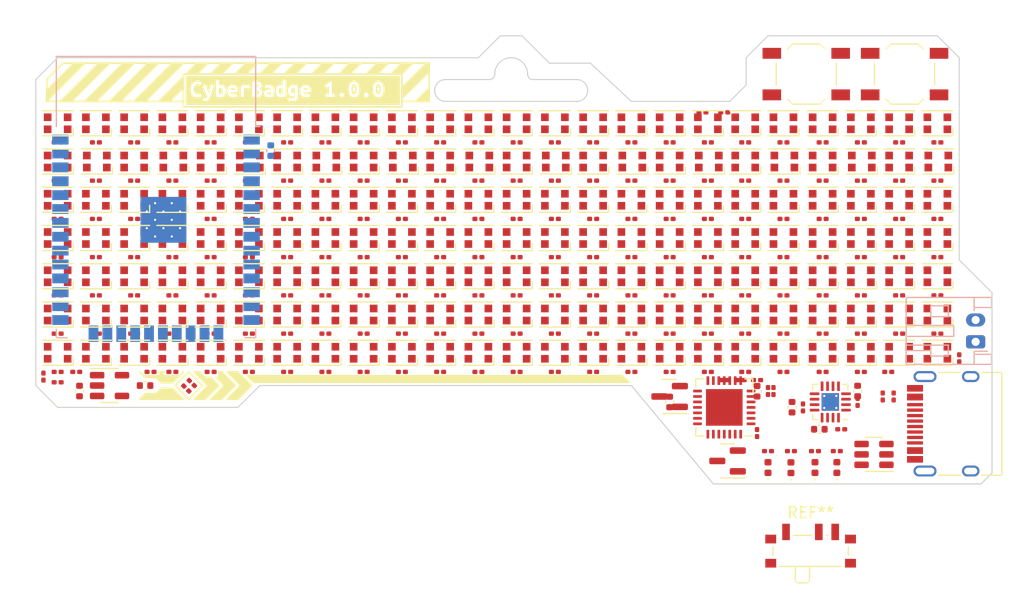
<source format=kicad_pcb>
(kicad_pcb (version 20211014) (generator pcbnew)
  (layers (0 "F.Cu" signal) (31 "B.Cu" signal) (34 "B.Paste" user) (35 "F.Paste" user) (36 "B.SilkS" user "B.Silkscreen") (37 "F.SilkS" user "F.Silkscreen") (38 "B.Mask" user) (39 "F.Mask" user) (44 "Edge.Cuts" user))
  (net 0 "")
  (net 1 "VBUS")
  (net 2 "GND")
  (net 3 "Net-(C3-Pad1)")
  (net 4 "+3.3V")
  (net 5 "/ESP_EN")
  (net 6 "+4V")
  (net 7 "Net-(C10-Pad1)")
  (net 8 "Net-(D1-Pad1)")
  (net 9 "Net-(D1-Pad2)")
  (net 10 "Net-(D2-Pad1)")
  (net 11 "Net-(D2-Pad2)")
  (net 12 "Net-(D3-Pad1)")
  (net 13 "Net-(D4-Pad1)")
  (net 14 "Net-(D5-Pad2)")
  (net 15 "/WS_2columns/DIN")
  (net 16 "/WS_2columns/DOUT")
  (net 17 "Net-(D6-Pad4)")
  (net 18 "Net-(D7-Pad2)")
  (net 19 "Net-(D10-Pad2)")
  (net 20 "Net-(D11-Pad4)")
  (net 21 "Net-(D10-Pad4)")
  (net 22 "Net-(D11-Pad2)")
  (net 23 "Net-(D12-Pad4)")
  (net 24 "Net-(D13-Pad2)")
  (net 25 "Net-(D14-Pad4)")
  (net 26 "Net-(D15-Pad2)")
  (net 27 "Net-(D16-Pad4)")
  (net 28 "Net-(D17-Pad2)")
  (net 29 "Net-(D19-Pad2)")
  (net 30 "/WS_2columns1/DOUT")
  (net 31 "Net-(D20-Pad4)")
  (net 32 "Net-(D21-Pad2)")
  (net 33 "Net-(D22-Pad4)")
  (net 34 "Net-(D23-Pad2)")
  (net 35 "Net-(D24-Pad4)")
  (net 36 "Net-(D25-Pad2)")
  (net 37 "Net-(D26-Pad4)")
  (net 38 "Net-(D27-Pad2)")
  (net 39 "Net-(D28-Pad4)")
  (net 40 "Net-(D29-Pad2)")
  (net 41 "Net-(D30-Pad4)")
  (net 42 "Net-(D31-Pad2)")
  (net 43 "Net-(D33-Pad2)")
  (net 44 "/WS_2columns2/DOUT")
  (net 45 "Net-(D34-Pad4)")
  (net 46 "Net-(D35-Pad2)")
  (net 47 "Net-(D36-Pad4)")
  (net 48 "Net-(D37-Pad2)")
  (net 49 "Net-(D38-Pad4)")
  (net 50 "Net-(D39-Pad2)")
  (net 51 "Net-(D40-Pad4)")
  (net 52 "Net-(D41-Pad2)")
  (net 53 "Net-(D42-Pad4)")
  (net 54 "Net-(D43-Pad2)")
  (net 55 "Net-(D44-Pad4)")
  (net 56 "Net-(D45-Pad2)")
  (net 57 "Net-(D47-Pad2)")
  (net 58 "/WS_2columns3/DOUT")
  (net 59 "Net-(D48-Pad4)")
  (net 60 "Net-(D49-Pad2)")
  (net 61 "Net-(D50-Pad4)")
  (net 62 "Net-(D51-Pad2)")
  (net 63 "Net-(D52-Pad4)")
  (net 64 "Net-(D53-Pad2)")
  (net 65 "Net-(D54-Pad4)")
  (net 66 "Net-(D55-Pad2)")
  (net 67 "Net-(D56-Pad4)")
  (net 68 "Net-(D57-Pad2)")
  (net 69 "Net-(D58-Pad4)")
  (net 70 "Net-(D59-Pad2)")
  (net 71 "Net-(D61-Pad2)")
  (net 72 "/WS_2columns4/DOUT")
  (net 73 "Net-(D62-Pad4)")
  (net 74 "Net-(D63-Pad2)")
  (net 75 "Net-(D64-Pad4)")
  (net 76 "Net-(D65-Pad2)")
  (net 77 "Net-(D66-Pad4)")
  (net 78 "Net-(D67-Pad2)")
  (net 79 "Net-(D68-Pad4)")
  (net 80 "Net-(D69-Pad2)")
  (net 81 "Net-(D70-Pad4)")
  (net 82 "Net-(D71-Pad2)")
  (net 83 "Net-(D72-Pad4)")
  (net 84 "Net-(D73-Pad2)")
  (net 85 "Net-(D75-Pad2)")
  (net 86 "/WS_2columns5/DIN")
  (net 87 "Net-(D76-Pad4)")
  (net 88 "Net-(D77-Pad2)")
  (net 89 "Net-(D78-Pad4)")
  (net 90 "Net-(D79-Pad2)")
  (net 91 "Net-(D80-Pad4)")
  (net 92 "Net-(D81-Pad2)")
  (net 93 "Net-(D82-Pad4)")
  (net 94 "Net-(D83-Pad2)")
  (net 95 "Net-(D84-Pad4)")
  (net 96 "Net-(D85-Pad2)")
  (net 97 "Net-(D86-Pad4)")
  (net 98 "Net-(D87-Pad2)")
  (net 99 "Net-(D89-Pad2)")
  (net 100 "/WS_2columns5/DOUT")
  (net 101 "Net-(D90-Pad4)")
  (net 102 "Net-(D91-Pad2)")
  (net 103 "Net-(D92-Pad4)")
  (net 104 "Net-(D93-Pad2)")
  (net 105 "Net-(D94-Pad4)")
  (net 106 "Net-(D95-Pad2)")
  (net 107 "Net-(D96-Pad4)")
  (net 108 "Net-(D97-Pad2)")
  (net 109 "Net-(D100-Pad2)")
  (net 110 "Net-(D101-Pad4)")
  (net 111 "Net-(D100-Pad4)")
  (net 112 "Net-(D101-Pad2)")
  (net 113 "Net-(D103-Pad2)")
  (net 114 "/WS_2columns7/DIN")
  (net 115 "Net-(D104-Pad4)")
  (net 116 "Net-(D105-Pad2)")
  (net 117 "Net-(D106-Pad4)")
  (net 118 "Net-(D107-Pad2)")
  (net 119 "Net-(D108-Pad4)")
  (net 120 "Net-(D109-Pad2)")
  (net 121 "Net-(D110-Pad4)")
  (net 122 "Net-(D111-Pad2)")
  (net 123 "Net-(D112-Pad4)")
  (net 124 "Net-(D113-Pad2)")
  (net 125 "Net-(D114-Pad4)")
  (net 126 "Net-(D115-Pad2)")
  (net 127 "Net-(D117-Pad2)")
  (net 128 "/WS_2columns6/DIN")
  (net 129 "Net-(D118-Pad4)")
  (net 130 "Net-(D119-Pad2)")
  (net 131 "Net-(D120-Pad4)")
  (net 132 "Net-(D121-Pad2)")
  (net 133 "Net-(D122-Pad4)")
  (net 134 "Net-(D123-Pad2)")
  (net 135 "Net-(D124-Pad4)")
  (net 136 "Net-(D125-Pad2)")
  (net 137 "Net-(D126-Pad4)")
  (net 138 "Net-(D127-Pad2)")
  (net 139 "Net-(D128-Pad4)")
  (net 140 "Net-(D129-Pad2)")
  (net 141 "Net-(D131-Pad2)")
  (net 142 "Net-(D132-Pad4)")
  (net 143 "Net-(D133-Pad2)")
  (net 144 "Net-(D134-Pad4)")
  (net 145 "Net-(D135-Pad2)")
  (net 146 "Net-(D136-Pad4)")
  (net 147 "Net-(D137-Pad2)")
  (net 148 "Net-(D138-Pad4)")
  (net 149 "Net-(D139-Pad2)")
  (net 150 "Net-(D140-Pad4)")
  (net 151 "Net-(D141-Pad2)")
  (net 152 "Net-(D142-Pad4)")
  (net 153 "Net-(D143-Pad2)")
  (net 154 "Net-(J1-PadA5)")
  (net 155 "Net-(J1-PadA6)")
  (net 156 "Net-(J1-PadA7)")
  (net 158 "Net-(J1-PadB5)")
  (net 160 "Net-(Q1-Pad1)")
  (net 161 "/PROG_RTS")
  (net 162 "Net-(Q2-Pad1)")
  (net 163 "/PROG_DTR")
  (net 164 "/ESP_BOOT")
  (net 165 "Net-(R1-Pad2)")
  (net 166 "Net-(R2-Pad2)")
  (net 167 "Net-(R3-Pad1)")
  (net 168 "Net-(R13-Pad2)")
  (net 169 "Net-(R14-Pad1)")
  (net 170 "Net-(R15-Pad1)")
  (net 171 "Net-(R16-Pad2)")
  (net 172 "Net-(R17-Pad2)")
  (net 173 "Net-(R18-Pad2)")
  (net 174 "Net-(U1-Pad4)")
  (net 175 "Net-(U1-Pad6)")
  (net 203 "/I2C_RST")
  (net 204 "/IN_BUFF_ENA")
  (net 212 "/LED_STATUS")
  (net 213 "/SCL")
  (net 216 "/SDA")
  (net 221 "/RXD")
  (net 222 "/TXD")
  (net 227 "/WS_2columns11/DIN")
  (net 228 "Net-(D145-Pad2)")
  (net 229 "/WS_2columns10/DIN")
  (net 230 "Net-(D146-Pad4)")
  (net 231 "Net-(D147-Pad2)")
  (net 232 "Net-(D148-Pad4)")
  (net 233 "Net-(D149-Pad2)")
  (net 234 "Net-(D150-Pad4)")
  (net 235 "Net-(D151-Pad2)")
  (net 236 "Net-(D152-Pad4)")
  (net 237 "Net-(D153-Pad2)")
  (net 238 "Net-(D154-Pad4)")
  (net 239 "Net-(D155-Pad2)")
  (net 240 "Net-(D156-Pad4)")
  (net 241 "Net-(D157-Pad2)")
  (net 242 "Net-(D159-Pad2)")
  (net 243 "/WS_2columns10/DOUT")
  (net 244 "Net-(D160-Pad4)")
  (net 245 "Net-(D161-Pad2)")
  (net 246 "Net-(D162-Pad4)")
  (net 247 "Net-(D163-Pad2)")
  (net 248 "Net-(D164-Pad4)")
  (net 249 "Net-(D165-Pad2)")
  (net 250 "Net-(D166-Pad4)")
  (net 251 "Net-(D167-Pad2)")
  (net 252 "Net-(D168-Pad4)")
  (net 253 "Net-(D169-Pad2)")
  (net 254 "Net-(D170-Pad4)")
  (net 255 "Net-(D171-Pad2)")
  (net 256 "Net-(U4-Pad5)")
  (footprint "Critbit_lib:LED_WS2812B-2020_pinsRenumbered" (layer "F.Cu") (at 151 92 180)
    (fp_text reference "D170" hide)
    (fp_text value "WS2812B")
  )
  (footprint "Capacitor_SMD:C_0201_0603Metric" (layer "F.Cu") (at 160 96 90)
    (fp_text reference "C164" hide)
    (fp_text value "100n")
  )
  (footprint "Capacitor_SMD:C_0201_0603Metric" (layer "F.Cu") (at 112.5 97.25)
    (fp_text reference "C93" hide)
    (fp_text value "100n")
  )
  (footprint "Critbit_lib:LED_WS2812B-2020_pinsRenumbered" (layer "F.Cu") (at 95.085 78 180)
    (fp_text reference "D36" hide)
    (fp_text value "WS2812B")
  )
  (footprint "Capacitor_SMD:C_0201_0603Metric" (layer "F.Cu") (at 154.5 86.75)
    (fp_text reference "C157" hide)
    (fp_text value "100n")
  )
  (footprint "Critbit_lib:LED_WS2812B-2020_pinsRenumbered" (layer "F.Cu") (at 112.5 95.5 180)
    (fp_text reference "D87" hide)
    (fp_text value "WS2812B")
  )
  (footprint "Critbit_lib:LED_WS2812B-2020_pinsRenumbered" (layer "F.Cu") (at 91.5 81.5 180)
    (fp_text reference "D37" hide)
    (fp_text value "WS2812B")
  )
  (footprint "Capacitor_SMD:C_0201_0603Metric" (layer "F.Cu") (at 130 86.75)
    (fp_text reference "C116" hide)
    (fp_text value "100n")
  )
  (footprint "Capacitor_SMD:C_0201_0603Metric" (layer "F.Cu") (at 98.5 86.75)
    (fp_text reference "C59" hide)
    (fp_text value "100n")
  )
  (footprint "Capacitor_SMD:C_0201_0603Metric" (layer "F.Cu") (at 119.5 83.25)
    (fp_text reference "C99" hide)
    (fp_text value "100n")
  )
  (footprint "Capacitor_SMD:C_0201_0603Metric" (layer "F.Cu") (at 153.5 97.25)
    (fp_text reference "C163" hide)
    (fp_text value "100n")
  )
  (footprint "Capacitor_SMD:C_0201_0603Metric" (layer "F.Cu") (at 151 79.75)
    (fp_text reference "C168" hide)
    (fp_text value "100n")
  )
  (footprint "Critbit_lib:LED_WS2812B-2020_pinsRenumbered" (layer "F.Cu") (at 140.415 78 180)
    (fp_text reference "D133" hide)
    (fp_text value "WS2812B")
  )
  (footprint "Capacitor_SMD:C_0201_0603Metric" (layer "F.Cu") (at 154.5 76.25)
    (fp_text reference "C151" hide)
    (fp_text value "100n")
  )
  (footprint "Capacitor_SMD:C_0201_0603Metric" (layer "F.Cu") (at 143.915 79.75)
    (fp_text reference "C140" hide)
    (fp_text value "100n")
  )
  (footprint "Critbit_lib:LED_WS2812B-2020_pinsRenumbered" (layer "F.Cu") (at 151 85 180)
    (fp_text reference "D166" hide)
    (fp_text value "WS2812B")
  )
  (footprint "Capacitor_SMD:C_0201_0603Metric" (layer "F.Cu") (at 158 86.75)
    (fp_text reference "C158" hide)
    (fp_text value "100n")
  )
  (footprint "Capacitor_SMD:C_0201_0603Metric" (layer "F.Cu") (at 98.5 79.75)
    (fp_text reference "C55" hide)
    (fp_text value "100n")
  )
  (footprint "Critbit_lib:LED_WS2812B-2020_pinsRenumbered" (layer "F.Cu") (at 116 85 180)
    (fp_text reference "D82" hide)
    (fp_text value "WS2812B")
  )
  (footprint "Capacitor_SMD:C_0201_0603Metric" (layer "F.Cu") (at 95 79.75)
    (fp_text reference "C42" hide)
    (fp_text value "100n")
  )
  (footprint "Critbit_lib:LED_WS2812B-2020_pinsRenumbered" (layer "F.Cu") (at 98.5 88.5 180)
    (fp_text reference "D55" hide)
    (fp_text value "WS2812B")
  )
  (footprint "Capacitor_SMD:C_0201_0603Metric" (layer "F.Cu") (at 130 97.25)
    (fp_text reference "C122" hide)
    (fp_text value "100n")
  )
  (footprint "Critbit_lib:LED_WS2812B-2020_pinsRenumbered" (layer "F.Cu") (at 140.415 85 180)
    (fp_text reference "D137" hide)
    (fp_text value "WS2812B")
  )
  (footprint "Capacitor_SMD:C_0201_0603Metric" (layer "F.Cu") (at 154.5 83.25)
    (fp_text reference "C155" hide)
    (fp_text value "100n")
  )
  (footprint "Critbit_lib:LED_WS2812B-2020_pinsRenumbered" (layer "F.Cu") (at 77.5 85 180)
    (fp_text reference "D11" hide)
    (fp_text value "WS2812B")
  )
  (footprint "Critbit_lib:LED_WS2812B-2020_pinsRenumbered" (layer "F.Cu") (at 123 81.5 180)
    (fp_text reference "D94" hide)
    (fp_text value "WS2812B")
  )
  (footprint "Capacitor_SMD:C_0201_0603Metric" (layer "F.Cu") (at 77.5 93.75)
    (fp_text reference "C21" hide)
    (fp_text value "100n")
  )
  (footprint "Resistor_SMD:R_0201_0603Metric" (layer "F.Cu") (at 89.773726 98.273726 135)
    (fp_text reference "R8" hide)
    (fp_text value "10k")
  )
  (footprint "Capacitor_SMD:C_0201_0603Metric" (layer "F.Cu") (at 105.5 97.25)
    (fp_text reference "C79" hide)
    (fp_text value "100n")
  )
  (footprint "Capacitor_SMD:C_0201_0603Metric" (layer "F.Cu") (at 123 93.75)
    (fp_text reference "C106" hide)
    (fp_text value "100n")
  )
  (footprint "Capacitor_SMD:C_0201_0603Metric" (layer "F.Cu") (at 98.5 93.75)
    (fp_text reference "C63" hide)
    (fp_text value "100n")
  )
  (footprint "Capacitor_SMD:C_0201_0603Metric" (layer "F.Cu") (at 140.415 93.75)
    (fp_text reference "C147" hide)
    (fp_text value "100n")
  )
  (footprint "Capacitor_SMD:C_0201_0603Metric" (layer "F.Cu") (at 119.5 90.25)
    (fp_text reference "C103" hide)
    (fp_text value "100n")
  )
  (footprint "Capacitor_SMD:C_0201_0603Metric" (layer "F.Cu") (at 88 79.75)
    (fp_text reference "C28" hide)
    (fp_text value "100n")
  )
  (footprint "Critbit_lib:LED_WS2812B-2020_pinsRenumbered" (layer "F.Cu") (at 91.5 74.5 180)
    (fp_text reference "D33" hide)
    (fp_text value "WS2812B")
  )
  (footprint "Capacitor_SMD:C_0402_1005Metric" (layer "F.Cu") (at 79.5 99 -90)
    (fp_text reference "C9" hide)
    (fp_text value "4.7u")
  )
  (footprint "Critbit_lib:LED_WS2812B-2020_pinsRenumbered" (layer "F.Cu") (at 147.5 92 180)
    (fp_text reference "D169" hide)
    (fp_text value "WS2812B")
  )
  (footprint "Capacitor_SMD:C_0201_0603Metric" (layer "F.Cu") (at 88 90.25)
    (fp_text reference "C34" hide)
    (fp_text value "100n")
  )
  (footprint "Capacitor_SMD:C_0201_0603Metric" (layer "F.Cu") (at 91.5 86.75)
    (fp_text reference "C45" hide)
    (fp_text value "100n")
  )
  (footprint "Critbit_lib:LED_WS2812B-2020_pinsRenumbered" (layer "F.Cu") (at 112.5 74.5 180)
    (fp_text reference "D75" hide)
    (fp_text value "WS2812B")
  )
  (footprint "Critbit_lib:LED_WS2812B-2020_pinsRenumbered" (layer "F.Cu") (at 140.415 88.5 180)
    (fp_text reference "D139" hide)
    (fp_text value "WS2812B")
  )
  (footprint "Capacitor_SMD:C_0201_0603Metric" (layer "F.Cu") (at 112.5 93.75)
    (fp_text reference "C91" hide)
    (fp_text value "100n")
  )
  (footprint "Resistor_SMD:R_0201_0603Metric" (layer "F.Cu") (at 138.5 98)
    (fp_text reference "R3" hide)
    (fp_text value "2k")
  )
  (footprint "Capacitor_SMD:C_0201_0603Metric" (layer "F.Cu") (at 123 76.25)
    (fp_text reference "C96" hide)
    (fp_text value "100n")
  )
  (footprint "Critbit_lib:LED_WS2812B-2020_pinsRenumbered" (layer "F.Cu") (at 95 92 180)
    (fp_text reference "D44" hide)
    (fp_text value "WS2812B")
  )
  (footprint "Critbit_lib:LED_WS2812B-2020_pinsRenumbered" (layer "F.Cu") (at 144 78 180)
    (fp_text reference "D134" hide)
    (fp_text value "WS2812B")
  )
  (footprint "Capacitor_SMD:C_0201_0603Metric" (layer "F.Cu") (at 77.5 79.75)
    (fp_text reference "C13" hide)
    (fp_text value "100n")
  )
  (footprint "Resistor_SMD:R_0201_0603Metric" (layer "F.Cu") (at 136.5 73.5 180)
    (fp_text reference "R9" hide)
    (fp_text value "10k")
  )
  (footprint "Capacitor_SMD:C_0201_0603Metric" (layer "F.Cu") (at 126.5 76.25)
    (fp_text reference "C109" hide)
    (fp_text value "100n")
  )
  (footprint "Capacitor_SMD:C_0201_0603Metric" (layer "F.Cu") (at 119.5 97.25)
    (fp_text reference "C107" hide)
    (fp_text value "100n")
  )
  (footprint "Capacitor_SMD:C_0201_0603Metric" (layer "F.Cu") (at 123 90.25)
    (fp_text reference "C104" hide)
    (fp_text value "100n")
  )
  (footprint "Capacitor_SMD:C_0201_0603Metric" (layer "F.Cu") (at 81 90.25)
    (fp_text reference "C20" hide)
    (fp_text value "100n")
  )
  (footprint "Critbit_lib:LED_WS2812B-2020_pinsRenumbered" (layer "F.Cu") (at 143.915 74.5 180)
    (fp_text reference "D132" hide)
    (fp_text value "WS2812B")
  )
  (footprint "Critbit_lib:LED_WS2812B-2020_pinsRenumbered" (layer "F.Cu") (at 98.5 85 180)
    (fp_text reference "D53" hide)
    (fp_text value "WS2812B")
  )
  (footprint "Critbit_lib:LED_WS2812B-2020_pinsRenumbered" (layer "F.Cu") (at 105.5 78 180)
    (fp_text reference "D63" hide)
    (fp_text value "WS2812B")
  )
  (footprint "Critbit_lib:LED_WS2812B-2020_pinsRenumbered" (layer "F.Cu") (at 154.5 78 180)
    (fp_text reference "D147" hide)
    (fp_text value "WS2812B")
  )
  (footprint "Critbit_lib:LED_WS2812B-2020_pinsRenumbered" (layer "F.Cu") (at 91.5 85 180)
    (fp_text reference "D39" hide)
    (fp_text value "WS2812B")
  )
  (footprint "Button_Switch_SMD:SW_SPST_TL3342" (layer "F.Cu") (at 146 70)
    (fp_text reference "SW2" hide)
    (fp_text value "B1/BOOT")
  )
  (footprint "Critbit_lib:LED_WS2812B-2020_pinsRenumbered" (layer "F.Cu") (at 154.5 81.5 180)
    (fp_text reference "D149" hide)
    (fp_text value "WS2812B")
  )
  (footprint "Resistor_SMD:R_0201_0603Metric" (layer "F.Cu") (at 146.8 104.5)
    (fp_text reference "R15" hide)
    (fp_text value "10k")
  )
  (footprint "Capacitor_SMD:C_0201_0603Metric" (layer "F.Cu") (at 109 79.75)
    (fp_text reference "C70" hide)
    (fp_text value "100n")
  )
  (footprint "Critbit_lib:LED_WS2812B-2020_pinsRenumbered" (layer "F.Cu") (at 116 92 180)
    (fp_text reference "D86" hide)
    (fp_text value "WS2812B")
  )
  (footprint "Critbit_lib:LED_WS2812B-2020_pinsRenumbered" (layer "F.Cu") (at 158 95.5 180)
    (fp_text reference "D158" hide)
    (fp_text value "WS2812B")
  )
  (footprint "Capacitor_SMD:C_0201_0603Metric" (layer "F.Cu") (at 81 93.75)
    (fp_text reference "C22" hide)
    (fp_text value "100n")
  )
  (footprint "Critbit_lib:LED_WS2812B-2020_pinsRenumbered" (layer "F.Cu") (at 130 88.5 180)
    (fp_text reference "D112" hide)
    (fp_text value "WS2812B")
  )
  (footprint "Capacitor_SMD:C_0201_0603Metric" (layer "F.Cu") (at 95 86.75)
    (fp_text reference "C46" hide)
    (fp_text value "100n")
  )
  (footprint "Capacitor_SMD:C_0201_0603Metric" (layer "F.Cu") (at 140.415 83.25)
    (fp_text reference "C141" hide)
    (fp_text value "100n")
  )
  (footprint "Capacitor_SMD:C_0201_0603Metric" (layer "F.Cu") (at 151 76.25)
    (fp_text reference "C166" hide)
    (fp_text value "100n")
  )
  (footprint "Critbit_lib:LED_WS2812B-2020_pinsRenumbered" (layer "F.Cu") (at 109 85 180)
    (fp_text reference "D68" hide)
    (fp_text value "WS2812B")
  )
  (footprint "Critbit_lib:LED_WS2812B-2020_pinsRenumbered" (layer "F.Cu") (at 88 95.5 180)
    (fp_text reference "D32" hide)
    (fp_text value "WS2812B")
  )
  (footprint "Capacitor_SMD:C_0201_0603Metric" (layer "F.Cu") (at 98.5 76.25)
    (fp_text reference "C53" hide)
    (fp_text value "100n")
  )
  (footprint "Critbit_lib:LED_WS2812B-2020_pinsRenumbered" (layer "F.Cu") (at 81.085 78 180)
    (fp_text reference "D8" hide)
    (fp_text value "WS2812B")
  )
  (footprint "Resistor_SMD:R_0201_0603Metric" (layer "F.Cu") (at 154 99.5 90)
    (fp_text reference "R5" hide)
    (fp_text value "5.1k")
  )
  (footprint "Critbit_lib:LED_WS2812B-2020_pinsRenumbered" (layer "F.Cu") (at 126.5 95.5 180)
    (fp_text reference "D115" hide)
    (fp_text value "WS2812B")
  )
  (footprint "Critbit_lib:LED_WS2812B-2020_pinsRenumbered" (layer "F.Cu") (at 133.5 92 180)
    (fp_text reference "D127" hide)
    (fp_text value "WS2812B")
  )
  (footprint "Critbit_lib:LED_WS2812B-2020_pinsRenumbered" (layer "F.Cu") (at 140.415 95.5 180)
    (fp_text reference "D143" hide)
    (fp_text value "WS2812B")
  )
  (footprint "Critbit_lib:LED_WS2812B-2020_pinsRenumbered" (layer "F.Cu") (at 81 74.5 180)
    (fp_text reference "D6" hide)
    (fp_text value "WS2812B")
  )
  (footprint "Package_TO_SOT_SMD:SOT-23-5" (layer "F.Cu") (at 82.25 98.5)
    (fp_text reference "U4" hide)
    (fp_text value "SPX3819M5-L-3-3")
  )
  (footprint "Capacitor_SMD:C_0201_0603Metric" (layer "F.Cu") (at 151 83.25)
    (fp_text reference "C170" hide)
    (fp_text value "100n")
  )
  (footprint "Critbit_lib:LED_WS2812B-2020_pinsRenumbered" (layer "F.Cu") (at 151 81.5 180)
    (fp_text reference "D164" hide)
    (fp_text value "WS2812B")
  )
  (footprint "Capacitor_SMD:C_0201_0603Metric" (layer "F.Cu") (at 133.5 79.75)
    (fp_text reference "C125" hide)
    (fp_text value "100n")
  )
  (footprint "Critbit_lib:LED_WS2812B-2020_pinsRenumbered" (layer "F.Cu") (at 143.915 88.5 180)
    (fp_text reference "D140" hide)
    (fp_text value "WS2812B")
  )
  (footprint "Capacitor_SMD:C_0201_0603Metric" (layer "F.Cu") (at 105.5 93.75)
    (fp_text reference "C77" hide)
    (fp_text value "100n")
  )
  (footprint "Resistor_SMD:R_0201_0603Metric" (layer "F.Cu") (at 142.5 104.5)
    (fp_text reference "R10" hide)
    (fp_text value "2k")
  )
  (footprint "Critbit_lib:LED_WS2812B-2020_pinsRenumbered" (layer "F.Cu") (at 109 88.5 180)
    (fp_text reference "D70" hide)
    (fp_text value "WS2812B")
  )
  (footprint "Capacitor_SMD:C_0201_0603Metric" (layer "F.Cu") (at 151 93.75)
    (fp_text reference "C176" hide)
    (fp_text value "100n")
  )
  (footprint "Capacitor_SMD:C_0201_0603Metric" (layer "F.Cu") (at 84.5 93.75)
    (fp_text reference "C35" hide)
    (fp_text value "100n")
  )
  (footprint "Capacitor_SMD:C_0201_0603Metric" (layer "F.Cu") (at 116 97.25)
    (fp_text reference "C94" hide)
    (fp_text value "100n")
  )
  (footprint "Capacitor_SMD:C_0201_0603Metric" (layer "F.Cu") (at 133.5 86.75)
    (fp_text reference "C129" hide)
    (fp_text value "100n")
  )
  (footprint "Critbit_lib:LED_WS2812B-2020_pinsRenumbered" (layer "F.Cu") (at 116 95.5 180)
    (fp_text reference "D88" hide)
    (fp_text value "WS2812B")
  )
  (footprint "Capacitor_SMD:C_0201_0603Metric" (layer "F.Cu") (at 140.415 86.75)
    (fp_text reference "C143" hide)
    (fp_text value "100n")
  )
  (footprint "Capacitor_SMD:C_0201_0603Metric" (layer "F.Cu") (at 95 97.25)
    (fp_text reference "C52" hide)
    (fp_text value "100n")
  )
  (footprint "Capacitor_SMD:C_0201_0603Metric" (layer "F.Cu") (at 109 83.25)
    (fp_text reference "C72" hide)
    (fp_text value "100n")
  )
  (footprint "Capacitor_SMD:C_0201_0603Metric" (layer "F.Cu") (at 98.5 83.25)
    (fp_text reference "C57" hide)
    (fp_text value "100n")
  )
  (footprint "Critbit_lib:LED_WS2812B-2020_pinsRenumbered" (layer "F.Cu") (at 98.5 81.5 180)
    (fp_text reference "D51" hide)
    (fp_text value "WS2812B")
  )
  (footprint "Capacitor_SMD:C_0201_0603Metric" (layer "F.Cu") (at 123 83.25)
    (fp_text reference "C100" hide)
    (fp_text value "100n")
  )
  (footprint "Capacitor_SMD:C_0201_0603Metric" (layer "F.Cu") (at 77.5 90.25)
    (fp_text reference "C19" hide)
    (fp_text value "100n")
  )
  (footprint "Critbit_lib:LED_WS2812B-2020_pinsRenumbered" (layer "F.Cu") (at 102 85 180)
    (fp_text reference "D54" hide)
    (fp_text value "WS2812B")
  )
  (footprint "Button_Switch_SMD:SW_SPST_TL3342" (layer "F.Cu") (at 155 70)
    (fp_text reference "SW1" hide)
    (fp_text value "B_RST")
  )
  (footprint "Critbit_lib:LED_WS2812B-2020_pinsRenumbered" (layer "F.Cu") (at 109 81.5 180)
    (fp_text reference "D66" hide)
    (fp_text value "WS2812B")
  )
  (footprint "Capacitor_SMD:C_0201_0603Metric" (layer "F.Cu") (at 119.5 79.75)
    (fp_text reference "C97" hide)
    (fp_text value "100n")
  )
  (footprint "Capacitor_SMD:C_0201_0603Metric" (layer "F.Cu") (at 137 90.25)
    (fp_text reference "C132" hide)
    (fp_text value "100n")
  )
  (footprint "Critbit_lib:LED_WS2812B-2020_pinsRenumbered" (layer "F.Cu") (at 98.5 74.5 180)
    (fp_text reference "D47" hide)
    (fp_text value "WS2812B")
  )
  (footprint "Capacitor_SMD:C_0201_0603Metric" (layer "F.Cu") (at 116 93.75)
    (fp_text reference "C92" hide)
    (fp_text value "100n")
  )
  (footprint "Critbit_lib:LED_WS2812B-2020_pinsRenumbered" (layer "F.Cu") (at 116.085 78 180)
    (fp_text reference "D78" hide)
    (fp_text value "WS2812B")
  )
  (footprint "Package_TO_SOT_SMD:SOT-23" (layer "F.Cu") (at 133.5 99.5 180)
    (fp_text reference "Q2" hide)
    (fp_text value "MMBT3904")
  )
  (footprint "Critbit_lib:LED_WS2812B-2020_pinsRenumbered" (layer "F.Cu") (at 154.5 85 180)
    (fp_text reference "D151" hide)
    (fp_text value "WS2812B")
  )
  (footprint "Package_DFN_QFN:VQFN-16-1EP_3x3mm_P0.5mm_EP1.6x1.6mm_ThermalVias" (layer "F.Cu") (at 148.2 100 180)
    (fp_text reference "U5" hide)
    (fp_text value "BQ24073RGT")
  )
  (footprint "Critbit_lib:LED_WS2812B-2020_pinsRenumbered" (layer "F.Cu") (at 84.5 88.5 180)
    (fp_text reference "D27" hide)
    (fp_text value "WS2812B")
  )
  (footprint "Critbit_lib:LED_WS2812B-2020_pinsRenumbered" (layer "F.Cu") (at 151.085 78 180)
    (fp_text reference "D162" hide)
    (fp_text value "WS2812B")
  )
  (footprint "Critbit_lib:LED_WS2812B-2020_pinsRenumbered" (layer "F.Cu") (at 123 95.5 180)
    (fp_text reference "D102" hide)
    (fp_text value "WS2812B")
  )
  (footprint "Critbit_lib:LED_WS2812B-2020_pinsRenumbered" (layer "F.Cu") (at 126.5 92 180)
    (fp_text reference "D113" hide)
    (fp_text value "WS2812B")
  )
  (footprint "Capacitor_SMD:C_0201_0603Metric" (layer "F.Cu") (at 109 93.75)
    (fp_text reference "C78" hide)
    (fp_text value "100n")
  )
  (footprint "Critbit_lib:LED_WS2812B-2020_pinsRenumbered" (layer "F.Cu") (at 105.5 85 180)
    (fp_text reference "D67" hide)
    (fp_text value "WS2812B")
  )
  (footprint "Critbit_lib:LED_WS2812B-2020_pinsRenumbered" (layer "F.Cu") (at 154.5 95.5 180)
    (fp_text reference "D157" hide)
    (fp_text value "WS2812B")
  )
  (footprint "Critbit_lib:LED_WS2812B-2020_pinsRenumbered" (layer "F.Cu") (at 130 74.5 180)
    (fp_text reference "D104" hide)
    (fp_text value "WS2812B")
  )
  (footprint "Capacitor_SMD:C_0201_0603Metric" (layer "F.Cu") (at 116 83.25)
    (fp_text reference "C86" hide)
    (fp_text value "100n")
  )
  (footprint "Critbit_lib:LED_WS2812B-2020_pinsRenumbered" (layer "F.Cu") (at 84.5 74.5 180)
    (fp_text reference "D19" hide)
    (fp_text value "WS2812B")
  )
  (footprint "Critbit_lib:LED_WS2812B-2020_pinsRenumbered" (layer "F.Cu") (at 147.5 81.5 180)
    (fp_text reference "D163" hide)
    (fp_text value "WS2812B")
  )
  (footprint "Critbit_lib:LED_WS2812B-2020_pinsRenumbered" (layer "F.Cu") (at 137 92 180)
    (fp_text reference "D128" hide)
    (fp_text value "WS2812B")
  )
  (footprint "Critbit_lib:LED_WS2812B-2020_pinsRenumbered" (layer "F.Cu") (at 130 85 180)
    (fp_text reference "D110" hide)
    (fp_text value "WS2812B")
  )
  (footprint "Capacitor_SMD:C_0201_0603Metric" (layer "F.Cu") (at 158 90.25)
    (fp_text reference "C160" hide)
    (fp_text value "100n")
  )
  (footprint "Resistor_SMD:R_0201_0603Metric" (layer "F.Cu") (at 145.7 100.5 -90)
    (fp_text reference "R16" hide)
    (fp_text value "2k")
  )
  (footprint "Critbit_lib:LED_WS2812B-2020_pinsRenumbered" (layer "F.Cu") (at 91.5 88.5 180)
    (fp_text reference "D41" hide)
    (fp_text value "WS2812B")
  )
  (footprint "Critbit_lib:LED_WS2812B-2020_pinsRenumbered" (layer "F.Cu") (at 130 92 180)
    (fp_text reference "D114" hide)
    (fp_text value "WS2812B")
  )
  (footprint "Package_TO_SOT_SMD:SOT-23-6" (layer "F.Cu") (at 152.2 104.8 180)
    (fp_text reference "U1" hide)
    (fp_text value "USBLC6-2SC6")
  )
  (footprint "Critbit_lib:LED_WS2812B-2020_pinsRenumbered" (layer "F.Cu") (at 88 85 180)
    (fp_text reference "D26" hide)
    (fp_text value "WS2812B")
  )
  (footprint "Critbit_lib:LED_WS2812B-2020_pinsRenumbered" (layer "F.Cu") (at 91.5 78 180)
    (fp_text reference "D35" hide)
    (fp_text value "WS2812B")
  )
  (footprint "Critbit_lib:LED_WS2812B-2020_pinsRenumbered" (layer "F.Cu") (at 105.5 92 180)
    (fp_text reference "D71" hide)
    (fp_text value "WS2812B")
  )
  (footprint "Critbit_lib:LED_WS2812B-2020_pinsRenumbered" (layer "F.Cu") (at 137 88.5 180)
    (fp_text reference "D126" hide)
    (fp_text value "WS2812B")
  )
  (footprint "Critbit_lib:LED_WS2812B-2020_pinsRenumbered" (layer "F.Cu") (at 102 88.5 180)
    (fp_text reference "D56" hide)
    (fp_text value "WS2812B")
  )
  (footprint "Critbit_lib:LED_WS2812B-2020_pinsRenumbered" (layer "F.Cu") (at 143.915 85 180)
    (fp_text reference "D138" hide)
    (fp_text value "WS2812B")
  )
  (footprint "Capacitor_SMD:C_0201_0603Metric" (layer "F.Cu") (at 147.5 86.75)
    (fp_text reference "C171" hide)
    (fp_text value "100n")
  )
  (footprint "Capacitor_SMD:C_0201_0603Metric" (layer "F.Cu") (at 143.915 83.25)
    (fp_text reference "C142" hide)
    (fp_text value "100n")
  )
  (footprint "Critbit_lib:LED_WS2812B-2020_pinsRenumbered" (layer "F.Cu") (at 95 85 180)
    (fp_text reference "D40" hide)
    (fp_text value "WS2812B")
  )
  (footprint "Critbit_lib:LED_WS2812B-2020_pinsRenumbered" (layer "F.Cu") (at 133.5 81.5 180)
    (fp_text reference "D121" hide)
    (fp_text value "WS2812B")
  )
  (footprint "Capacitor_SMD:C_0201_0603Metric" (layer "F.Cu") (at 130 93.75)
    (fp_text reference "C120" hide)
    (fp_text value "100n")
  )
  (footprint "Critbit_lib:LED_WS2812B-2020_pinsRenumbered" (layer "F.Cu") (at 84.5 81.5 180)
    (fp_text reference "D23" hide)
    (fp_text value "WS2812B")
  )
  (footprint "Capacitor_SMD:C_0201_0603Metric" (layer "F.Cu") (at 147.5 83.25)
    (fp_text reference "C169" hide)
    (fp_text value "100n")
  )
  (footprint "Critbit_lib:LED_WS2812B-2020_pinsRenumbered" (layer "F.Cu") (at 137 85 180)
    (fp_text reference "D124" hide)
    (fp_text value "WS2812B")
  )
  (footprint "Critbit_lib:LED_WS2812B-2020_pinsRenumbered" (layer "F.Cu") (at 123.085 78 180)
    (fp_text reference "D92" hide)
    (fp_text value "WS2812B")
  )
  (footprint "Capacitor_SMD:C_0402_1005Metric" (layer "F.Cu") (at 133.5 100 90)
    (fp_text reference "C2" hide)
    (fp_text value "4.7u")
  )
  (footprint "Critbit_lib:LED_WS2812B-2020_pinsRenumbered" (layer "F.Cu") (at 95 95.5 180)
    (fp_text reference "D46" hide)
    (fp_text value "WS2812B")
  )
  (footprint "Capacitor_SMD:C_0201_0603Metric" (layer "F.Cu") (at 91.5 83.25)
    (fp_text reference "C43" hide)
    (fp_text value "100n")
  )
  (footprint "Capacitor_SMD:C_0201_0603Metric" (layer "F.Cu") (at 158 83.25)
    (fp_text reference "C156" hide)
    (fp_text value "100n")
  )
  (footprint "Capacitor_SMD:C_0201_0603Metric" (layer "F.Cu") (at 147.5 79.75)
    (fp_text reference "C167" hide)
    (fp_text value "100n")
  )
  (footprint "Capacitor_SMD:C_0201_0603Metric" (layer "F.Cu") (at 143.915 93.75)
    (fp_text reference "C148" hide)
    (fp_text value "100n")
  )
  (footprint "Critbit_lib:LED_WS2812B-2020_pinsRenumbered" (layer "F.Cu") (at 133.5 95.5 180)
    (fp_text reference "D129" hide)
    (fp_text value "WS2812B")
  )
  (footprint "Critbit_lib:LED_WS2812B-2020_pinsRenumbered" (layer "F.Cu") (at 158 85 180)
    (fp_text reference "D152" hide)
    (fp_text value "WS2812B")
  )
  (footprint "LED_SMD:LED_0402_1005Metric" (layer "F.Cu") (at 148.8 106 90)
    (fp_text reference "D3" hide)
    (fp_text value "LED")
  )
  (footprint "Critbit_lib:LED_WS2812B-2020_pinsRenumbered" (layer "F.Cu") (at 109 74.5 180)
    (fp_text reference "D62" hide)
    (fp_text value "WS2812B")
  )
  (footprint "Critbit_lib:LED_WS2812B-2020_pinsRenumbered" (layer "F.Cu") (at 98.5 92 180)
    (fp_text reference "D57" hide)
    (fp_text value "WS2812B")
  )
  (footprint "Capacitor_SMD:C_0201_0603Metric" (layer "F.Cu") (at 95 90.25)
    (fp_text reference "C48" hide)
    (fp_text value "100n")
  )
  (footprint "Resistor_SMD:R_0201_0603Metric" (layer "F.Cu") (at 89.273726 98.773726 135)
    (fp_text reference "R7" hide)
    (fp_text value "10k")
  )
  (footprint "Critbit_lib:LED_WS2812B-2020_pinsRenumbered" (layer "F.Cu") (at 154.5 88.5 180)
    (fp_text reference "D153" hide)
    (fp_text value "WS2812B")
  )
  (footprint "Critbit_lib:LED_WS2812B-2020_pinsRenumbered" (layer "F.Cu") (at 119.5 88.5 180)
    (fp_text reference "D97" hide)
    (fp_text value "WS2812B")
  )
  (footprint "Capacitor_SMD:C_0201_0603Metric" (layer "F.Cu") (at 147.5 90.25)
    (fp_text reference "C173" hide)
    (fp_text value "100n")
  )
  (footprint "Critbit_lib:LED_WS2812B-2020_pinsRenumbered" (layer "F.Cu") (at 119.5 95.5 180)
    (fp_text reference "D101" hide)
    (fp_text value "WS2812B")
  )
  (footprint "Critbit_lib:LED_WS2812B-2020_pinsRenumbered" (layer "F.Cu") (at 123 85 180)
    (fp_text reference "D96" hide)
    (fp_text value "WS2812B")
  )
  (footprint "Capacitor_SMD:C_0201_0603Metric" (layer "F.Cu") (at 102 86.75)
    (fp_text reference "C60" hide)
    (fp_text value "100n")
  )
  (footprint "Critbit_lib:LED_WS2812B-2020_pinsRenumbered" (layer "F.Cu") (at 137 81.5 180)
    (fp_text reference "D122" hide)
    (fp_text value "WS2812B")
  )
  (footprint "Critbit_lib:LED_WS2812B-2020_pinsRenumbered" (layer "F.Cu") (at 143.915 81.5 180)
    (fp_text reference "D136" hide)
    (fp_text value "WS2812B")
  )
  (footprint "Capacitor_SMD:C_0201_0603Metric" (layer "F.Cu") (at 109 90.25)
    (fp_text reference "C76" hide)
    (fp_text value "100n")
  )
  (footprint "Capacitor_SMD:C_0201_0603Metric" (layer "F.Cu") (at 81 76.25)
    (fp_text reference "C12" hide)
    (fp_text value "100n")
  )
  (footprint "Resistor_SMD:R_0201_0603Metric" (layer "F.Cu") (at 150.7 100 -90)
    (fp_text reference "R18" hide)
    (fp_text value "10k")
  )
  (footprint "Critbit_lib:LED_WS2812B-2020_pinsRenumbered" (layer "F.Cu") (at 109 92 180)
    (fp_text reference "D72" hide)
    (fp_text value "WS2812B")
  )
  (footprint "Capacitor_SMD:C_0201_0603Metric" (layer "F.Cu") (at 84.5 83.25)
    (fp_text reference "C29" hide)
    (fp_text value "100n")
  )
  (footprint "LED_SMD:LED_0402_1005Metric" (layer "F.Cu") (at 146.8 106 90)
    (fp_text reference "D4" hide)
    (fp_text value "LED")
  )
  (footprint "Capacitor_SMD:C_0201_0603Metric" (layer "F.Cu") (at 158 79.75)
    (fp_text reference "C154" hide)
    (fp_text value "100n")
  )
  (footprint "Critbit_lib:LED_WS2812B-2020_pinsRenumbered" (layer "F.Cu") (at 105.5 81.5 180)
    (fp_text reference "D65" hide)
    (fp_text value "WS2812B")
  )
  (footprint "Capacitor_SMD:C_0201_0603Metric" (layer "F.Cu") (at 133.5 90.25)
    (fp_text reference "C131" hide)
    (fp_text value "100n")
  )
  (footprint "Capacitor_SMD:C_0201_0603Metric" (layer "F.Cu") (at 137 86.75)
    (fp_text reference "C130" hide)
    (fp_text value "100n")
  )
  (footprint "Capacitor_SMD:C_0201_0603Metric" (layer "F.Cu") (at 147.5 76.25)
    (fp_text reference "C165" hide)
    (fp_text value "100n")
  )
  (footprint "Critbit_lib:LED_WS2812B-2020_pinsRenumbered" (layer "F.Cu") (at 77.5 74.5 180)
    (fp_text reference "D5" hide)
    (fp_text value "WS2812B")
  )
  (footprint "Resistor_SMD:R_0201_0603Metric" (layer "F.Cu") (at 140 98)
    (fp_text reference "R1" hide)
    (fp_text value "10k")
  )
  (footprint "Critbit_lib:LED_WS2812B-2020_pinsRenumbered" (layer "F.Cu") (at 109 95.5 180)
    (fp_text reference "D74" hide)
    (fp_text value "WS2812B")
  )
  (footprint "Resistor_SMD:R_0201_0603Metric" (layer "F.Cu") (at 138.5 73.5)
    (fp_text reference "R12" hide)
    (fp_text value "10k")
  )
  (footprint "Capacitor_SMD:C_0201_0603Metric" (layer "F.Cu") (at 105.5 83.25)
    (fp_text reference "C71" hide)
    (fp_text value "100n")
  )
  (footprint "Capacitor_SMD:C_0201_0603Metric" (layer "F.Cu") (at 77.5 76.25)
    (fp_text reference "C11" hide)
    (fp_text value "100n")
  )
  (footprint "Capacitor_SMD:C_0201_0603Metric" (layer "F.Cu") (at 137 79.75)
    (fp_text reference "C126" hide)
    (fp_text value "100n")
  )
  (footprint "Capacitor_SMD:C_0201_0603Metric" (layer "F.Cu") (at 154.5 93.75)
    (fp_text reference "C161" hide)
    (fp_text value "100n")
  )
  (footprint "Capacitor_SMD:C_0201_0603Metric" (layer "F.Cu") (at 91.5 93.75)
    (fp_text reference "C49" hide)
    (fp_text value "100n")
  )
  (footprint "Capacitor_SMD:C_0402_1005Metric" (layer "F.Cu") (at 144.7 100.48 90)
    (fp_text reference "C8" hide)
    (fp_text value "4.7u")
  )
  (footprint "Capacitor_SMD:C_0201_0603Metric" (layer "F.Cu") (at 126.5 79.75)
    (fp_text reference "C111" hide)
    (fp_text value "100n")
  )
  (footprint "LED_SMD:LED_0402_1005Metric" (layer "F.Cu") (at 144.6 106.015 90)
    (fp_text reference "D2" hide)
    (fp_text value "LED")
  )
  (footprint "Critbit_lib:LED_WS2812B-2020_pinsRenumbered" (layer "F.Cu") (at 123 74.5 180)
    (fp_text reference "D90" hide)
    (fp_text value "WS2812B")
  )
  (footprint "Capacitor_SMD:C_0201_0603Metric" (layer "F.Cu") (at 84.5 79.75)
    (fp_text reference "C27" hide)
    (fp_text value "100n")
  )
  (footprint "Capacitor_SMD:C_0201_0603Metric" (layer "F.Cu") (at 88 93.75)
    (fp_text reference "C36" hide)
    (fp_text value "100n")
  )
  (footprint "Capacitor_SMD:C_0201_0603Metric" (layer "F.Cu") (at 91.5 79.75)
    (fp_text reference "C41" hide)
    (fp_text value "100n")
  )
  (footprint "Critbit_lib:LED_WS2812B-2020_pinsRenumbered" (layer "F.Cu") (at 112.5 88.5 180)
    (fp_text reference "D83" hide)
    (fp_text value "WS2812B")
  )
  (footprint "Critbit_lib:LED_WS2812B-2020_pinsRenumbered" (layer "F.Cu") (at 137.085 78 180)
    (fp_text reference "D120" hide)
    (fp_text value "WS2812B")
  )
  (footprint "Capacitor_SMD:C_0201_0603Metric" (layer "F.Cu") (at 102 93.75)
    (fp_text reference "C64" hide)
    (fp_text value "100n")
  )
  (footprint "Critbit_lib:LED_WS2812B-2020_pinsRenumbered" (layer "F.Cu") (at 112.5 85 180)
    (fp_text reference "D81" hide)
    (fp_text value "WS2812B")
  )
  (footprint "Critbit_lib:LED_WS2812B-2020_pinsRenumbered" (layer "F.Cu") (at 158.085 78 180)
    (fp_text reference "D148" hide)
    (fp_text value "WS2812B")
  )
  (footprint "Capacitor_SMD:C_0201_0603Metric" (layer "F.Cu") (at 102 76.25)
    (fp_text reference "C54" hide)
    (fp_text value "100n")
  )
  (footprint "Capacitor_SMD:C_0201_0603Metric" (layer "F.Cu") (at 147.5 93.75)
    (fp_text reference "C175" hide)
    (fp_text value "100n")
  )
  (footprint "Capacitor_SMD:C_0201_0603Metric" (layer "F.Cu") (at 126.5 86.75)
    (fp_text reference "C115" hide)
    (fp_text value "100n")
  )
  (footprint "Capacitor_SMD:C_0201_0603Metric" (layer "F.Cu") (at 116 79.75)
    (fp_text reference "C84" hide)
    (fp_text value "100n")
  )
  (footprint "Capacitor_SMD:C_0201_0603Metric" (layer "F.Cu") (at 158 93.75)
    (fp_text reference "C162" hide)
    (fp_text value "100n")
  )
  (footprint "Critbit_lib:LED_WS2812B-2020_pinsRenumbered" (layer "F.Cu") (at 109.085 78 180)
    (fp_text reference "D64" hide)
    (fp_text value "WS2812B")
  )
  (footprint "Critbit_lib:LED_WS2812B-2020_pinsRenumbered" (layer "F.Cu") (at 137 95.5 180)
    (fp_text reference "D130" hide)
    (fp_text value "WS2812B")
  )
  (footprint "Critbit_lib:LED_WS2812B-2020_pinsRenumbered" (layer "F.Cu") (at 88 88.5 180)
    (fp_text reference "D28" hide)
    (fp_text value "WS2812B")
  )
  (footprint "Critbit_lib:LED_WS2812B-2020_pinsRenumbered" (layer "F.Cu") (at 102.085 78 180)
    (fp_text reference "D50" hide)
    (fp_text value "WS2812B")
  )
  (footprint "LED_SMD:LED_0402_1005Metric" (layer "F.Cu") (at 142.5 106 90)
    (fp_text reference "D1" hide)
    (fp_text value "LED")
  )
  (footprint "Capacitor_SMD:C_0201_0603Metric" (layer "F.Cu") (at 77.5 86.75)
    (fp_text reference "C17" hide)
    (fp_text value "100n")
  )
  (footprint "Critbit_lib:LED_WS2812B-2020_pinsRenumbered" (layer "F.Cu") (at 77.5 81.5 180)
    (fp_text reference "D9" hide)
    (fp_text value "WS2812B")
  )
  (footprint "Critbit_lib:LED_WS2812B-2020_pinsRenumbered" (layer "F.Cu") (at 133.5 88.5 180)
    (fp_text reference "D125" hide)
    (fp_text value "WS2812B")
  )
  (footprint "Capacitor_SMD:C_0201_0603Metric" (layer "F.Cu") (at 130 79.75)
    (fp_text reference "C112" hide)
    (fp_text value "100n")
  )
  (footprint "Critbit_lib:LED_WS2812B-2020_pinsRenumbered" (layer "F.Cu") (at 154.5 74.5 180)
    (fp_text reference "D145" hide)
    (fp_text value "WS2812B")
  )
  (footprint "Capacitor_SMD:C_0201_0603Metric" (layer "F.Cu") (at 102 83.25)
    (fp_text reference "C58" hide)
    (fp_text value "100n")
  )
  (footprint "Critbit_lib:LED_WS2812B-2020_pinsRenumbered" (layer "F.Cu") (at 137 74.5 180)
    (fp_text reference "D118" hide)
    (fp_text value "WS2812B")
  )
  (footprint "Critbit_lib:LED_WS2812B-2020_pinsRenumbered" (layer "F.Cu") (at 119.5 85 180)
    (fp_text reference "D95" hide)
    (fp_text value "WS2812B")
  )
  (footprint "Critbit_lib:LED_WS2812B-2020_pinsRenumbered" (layer "F.Cu") (at 133.5 85 180)
    (fp_text reference "D123" hide)
    (fp_text value "WS2812B")
  )
  (footprint "Critbit_lib:LED_WS2812B-2020_pinsRenumbered" (layer "F.Cu") (at 147.5 95.5 180)
    (fp_text reference "D171" hide)
    (fp_text value "WS2812B")
  )
  (footprint "Resistor_SMD:R_0201_0603Metric" (layer "F.Cu") (at 144.6 104.5 180)
    (fp_text reference "R11" hide)
    (fp_text value "2k")
  )
  (footprint "Capacitor_SMD:C_0201_0603Metric" (layer "F.Cu") (at 143.915 90.25)
    (fp_text reference "C146" hide)
    (fp_text value "100n")
  )
  (footprint "Capacitor_SMD:C_0201_0603Metric" (layer "F.Cu") (at 79.2 97.25)
    (fp_text reference "C24" hide)
    (fp_text value "100n")
  )
  (footprint "Capacitor_SMD:C_0201_0603Metric" (layer "F.Cu") (at 130 90.25)
    (fp_text reference "C118" hide)
    (fp_text value "100n")
  )
  (footprint "Capacitor_SMD:C_0201_0603Metric" (layer "F.Cu") (at 130 83.25)
    (fp_text reference "C114" hide)
    (fp_text value "100n")
  )
  (footprint "Critbit_lib:LED_WS2812B-2020_pinsRenumbered" (layer "F.Cu") (at 123 88.5 180)
    (fp_text reference "D98" hide)
    (fp_text value "WS2812B")
  )
  (footprint "Capacitor_SMD:C_0201_0603Metric" (layer "F.Cu") (at 105.5 79.75)
    (fp_text reference "C69" hide)
    (fp_text value "100n")
  )
  (footprint "Critbit_lib:LED_WS2812B-2020_pinsRenumbered" (layer "F.Cu") (at 84.5 95.5 180)
    (fp_text reference "D31" hide)
    (fp_text value "WS2812B")
  )
  (footprint "Critbit_lib:LED_WS2812B-2020_pinsRenumbered" (layer "F.Cu") (at 91.5 95.5 180)
    (fp_text reference "D45" hide)
    (fp_text value "WS2812B")
  )
  (footprint "Capacitor_SMD:C_0201_0603Metric" (layer "F.Cu") (at 112.5 76.25)
    (fp_text reference "C81" hide)
    (fp_text value "100n")
  )
  (footprint "Critbit_lib:LED_WS2812B-2020_pinsRenumbered" (layer "F.Cu") (at 116 88.5 180)
    (fp_text reference "D84" hide)
    (fp_text value "WS2812B")
  )
  (footprint "Critbit_lib:LED_WS2812B-2020_pinsRenumbered" (layer "F.Cu") (at 119.5 74.5 180)
    (fp_text reference "D89" hide)
    (fp_text value "WS2812B")
  )
  (footprint "Critbit_lib:LED_WS2812B-2020_pinsRenumbered" (layer "F.Cu") (at 130 95.5 180)
    (fp_text reference "D116" hide)
    (fp_text value "WS2812B")
  )
  (footprint "Capacitor_SMD:C_0201_0603Metric" (layer "F.Cu") (at 137 97.25)
    (fp_text reference "C136" hide)
    (fp_text value "100n")
  )
  (footprint "Critbit_lib:LED_WS2812B-2020_pinsRenumbered" (layer "F.Cu") (at 98.5 95.5 180)
    (fp_text reference "D59" hide)
    (fp_text value "WS2812B")
  )
  (footprint "Capacitor_SMD:C_0201_0603Metric" (layer "F.Cu") (at 151 97.25)
    (fp_text reference "C178" hide)
    (fp_text value "100n")
  )
  (footprint "Critbit_lib:LED_WS2812B-2020_pinsRenumbered" (layer "F.Cu") (at 151 95.5 180)
    (fp_text reference "D172" hide)
    (fp_text value "WS2812B")
  )
  (footprint "Critbit_lib:LED_WS2812B-2020_pinsRenumbered" (layer "F.Cu") (at 158 92 180)
    (fp_text reference "D156" hide)
    (fp_text value "WS2812B")
  )
  (footprint "Capacitor_SMD:C_0201_0603Metric" (layer "F.Cu") (at 98.5 90.25)
    (fp_text reference "C61" hide)
    (fp_text value "100n")
  )
  (footprint "Critbit_lib:LED_WS2812B-2020_pinsRenumbered" (layer "F.Cu") (at 91.5 92 180)
    (fp_text reference "D43" hide)
    (fp_text value "WS2812B")
  )
  (footprint "Critbit_lib:LED_WS2812B-2020_pinsRenumbered" (layer "F.Cu") (at 105.5 95.5 180)
    (fp_text reference "D73" hide)
    (fp_text value "WS2812B")
  )
  (footprint "Capacitor_SMD:C_0201_0603Metric" (layer "F.Cu") (at 116 90.25)
    (fp_text reference "C90" hide)
    (fp_text value "100n")
  )
  (footprint "Critbit_lib:LED_WS2812B-2020_pinsRenumbered" (layer "F.Cu") (at 147.5 85 180)
    (fp_text reference "D165" hide)
    (fp_text value "WS2812B")
  )
  (footprint "Capacitor_SMD:C_0201_0603Metric" (layer "F.Cu") (at 76.2 97.68 -90)
    (fp_text reference "C6" hide)
    (fp_text value "100n")
  )
  (footprint "Capacitor_SMD:C_0201_0603Metric" (layer "F.Cu") (at 102 90.25)
    (fp_text reference "C62" hide)
    (fp_text value "100n")
  )
  (footprint "Package_TO_SOT_SMD:SOT-23" (layer "F.Cu") (at 138.8 105.4 180)
    (fp_text reference "Q1" hide)
    (fp_text value "MMBT3904")
  )
  (footprint "Capacitor_SMD:C_0201_0603Metric" (layer "F.Cu") (at 98.5 97.25)
    (fp_text reference "C65" hide)
    (fp_text value "100n")
  )
  (footprint "Capacitor_SMD:C_0201_0603Metric" (layer "F.Cu") (at 112.5 83.25)
    (fp_text reference "C85" hide)
    (fp_text value "100n")
  )
  (footprint "Critbit_lib:LED_WS2812B-2020_pinsRenumbered" (layer "F.Cu") (at 88 81.5 180)
    (fp_text reference "D24" hide)
    (fp_text value "WS2812B")
  )
  (footprint "Capacitor_SMD:C_0201_0603Metric" (layer "F.Cu") (at 81 86.75)
    (fp_text reference "C18" hide)
    (fp_text value "100n")
  )
  (footprint "Capacitor_SMD:C_0201_0603Metric" (layer "F.Cu") (at 88 76.25)
    (fp_text reference "C26" hide)
    (fp_text value "100n")
  )
  (footprint "Capacitor_SMD:C_0201_0603Metric" (layer "F.Cu") (at 77.5 97.25)
    (fp_text reference "C23" hide)
    (fp_text value "100n")
  )
  (footprint "Critbit_lib:LED_WS2812B-2020_pinsRenumbered" (layer "F.Cu") (at 158 88.5 180)
    (fp_text reference "D154" hide)
    (fp_text value "WS2812B")
  )
  (footprint "Critbit_lib:LED_WS2812B-2020_pinsRenumbered" (layer "F.Cu") (at 105.5 88.5 180)
    (fp_text reference "D69" hide)
    (fp_text value "WS2812B")
  )
  (footprint "Capacitor_SMD:C_0201_0603Metric" (layer "F.Cu") (at 126.5 90.25)
    (fp_text reference "C117" hide)
    (fp_text value "100n")
  )
  (footprint "Capacitor_SMD:C_0201_0603Metric" (layer "F.Cu") (at 130 76.25)
    (fp_text reference "C110" hide)
    (fp_text value "100n")
  )
  (footprint "Critbit_lib:LED_WS2812B-2020_pinsRenumbered" (layer "F.Cu") (at 81 85 180)
    (fp_text reference "D12" hide)
    (fp_text value "WS2812B")
  )
  (footprint "Resistor_SMD:R_0201_0603Metric" (layer "F.Cu") (at 148.8 104.5 180)
    (fp_text reference "R14" hide)
    (fp_text value "10k")
  )
  (footprint "Capacitor_SMD:C_0201_0603Metric" (layer "F.Cu") (at 140.415 76.25)
    (fp_text reference "C137" hide)
    (fp_text value "100n")
  )
  (footprint "Capacitor_SMD:C_0201_0603Metric" (layer "F.Cu") (at 116 76.25)
    (fp_text reference "C82" hide)
    (fp_text value "100n")
  )
  (footprint "Capacitor_SMD:C_0201_0603Metric" (layer "F.Cu") (at 133.5 93.75)
    (fp_text reference "C133" hide)
    (fp_text value "100n")
  )
  (footprint "Capacitor_SMD:C_0201_0603Metric" (layer "F.Cu") (at 143.915 86.75)
    (fp_text reference "C144" hide)
    (fp_text value "100n")
  )
  (footprint "Critbit_lib:LED_WS2812B-2020_pinsRenumbered" (layer "F.Cu") (at 126.5 78 180)
    (fp_text reference "D105" hide)
    (fp_text value "WS2812B")
  )
  (footprint "Resistor_SMD:R_0201_0603Metric" (layer "F.Cu") (at 77.5 98.2)
    (fp_text reference "R13" hide)
    (fp_text value "10k")
  )
  (footprint "Capacitor_SMD:C_0201_0603Metric" (layer "F.Cu") (at 112.5 79.75)
    (fp_text reference "C83" hide)
    (fp_text value "100n")
  )
  (footprint "Capacitor_SMD:C_0201_0603Metric" (layer "F.Cu") (at 119.5 76.25)
    (fp_text reference "C95" hide)
    (fp_text value "100n")
  )
  (footprint "Critbit_lib:LED_WS2812B-2020_pinsRenumbered" (layer "F.Cu") (at 112.5 92 180)
    (fp_text reference "D85" hide)
    (fp_text value "WS2812B")
  )
  (footprint "Capacitor_SMD:C_0201_0603Metric" (layer "F.Cu") (at 84.5 86.75)
    (fp_text reference "C31" hide)
    (fp_text value "100n")
  )
  (footprint "Critbit_lib:LED_WS2812B-2020_pinsRenumbered" (layer "F.Cu") (at 143.915 95.5 180)
    (fp_text reference "D144" hide)
    (fp_text value "WS2812B")
  )
  (footprint "Critbit_lib:LED_WS2812B-2020_pinsRenumbered" (layer "F.Cu") (at 126.5 74.5 180)
    (fp_text reference "D103" hide)
    (fp_text value "WS2812B")
  )
  (footprint "Capacitor_SMD:C_0201_0603Metric" (layer "F.Cu") (at 137 93.75)
    (fp_text reference "C134" hide)
    (fp_text value "100n")
  )
  (footprint "Capacitor_SMD:C_0201_0603Metric" (layer "F.Cu") (at 147.5 97.25)
    (fp_text reference "C177" hide)
    (fp_text value "100n")
  )
  (footprint "Capacitor_SMD:C_0201_0603Metric" (layer "F.Cu") (at 105.5 86.75)
    (fp_text reference "C73" hide)
    (fp_text value "100n")
  )
  (footprint "Capacitor_SMD:C_0201_0603Metric" (layer "F.Cu") (at 158 76.25)
    (fp_text reference "C152" hide)
    (fp_text value "100n")
  )
  (footprint "Critbit_lib:LED_WS2812B-2020_pinsRenumbered" (layer "F.Cu") (at 140.415 81.5 180)
    (fp_text reference "D135" hide)
    (fp_text value "WS2812B")
  )
  (footprint "Capacitor_SMD:C_0201_0603Metric" (layer "F.Cu") (at 84.5 76.25)
    (fp_text reference "C25" hide)
    (fp_text value "100n")
  )
  (footprint "Capacitor_SMD:C_0402_1005Metric" (layer "F.Cu") (at 141.5 99.02 90)
    (fp_text reference "C3" hide)
    (fp_text value "4.7u")
  )
  (footprint "Critbit_lib:LED_WS2812B-2020_pinsRenumbered" (layer "F.Cu") (at 84.5 85 180)
    (fp_text reference "D25" hide)
    (fp_text value "WS2812B")
  )
  (footprint "Capacitor_SMD:C_0201_0603Metric" (layer "F.Cu") (at 119.5 93.75)
    (fp_text reference "C105" hide)
    (fp_text value "100n")
  )
  (footprint "Capacitor_SMD:C_0201_0603Metric" (layer "F.Cu") (at 151 90.25)
    (fp_text reference "C174" hide)
    (fp_text value "100n")
  )
  (footprint "Critbit_lib:LED_WS2812B-2020_pinsRenumbered" (layer "F.Cu") (at 151 74.5 180)
    (fp_text reference "D160" hide)
    (fp_text value "WS2812B")
  )
  (footprint "Critbit_lib:LED_WS2812B-2020_pinsRenumbered" (layer "F.Cu") (at 112.5 81.5 180)
    (fp_text reference "D79" hide)
    (fp_text value "WS2812B")
  )
  (footprint "Capacitor_SMD:C_0402_1005Metric" (layer "F.Cu") (at 147.2 102.5)
    (fp_text reference "C7" hide)
    (fp_text value "4.7u")
  )
  (footprint "Capacitor_SMD:C_0201_0603Metric" (layer "F.Cu") (at 86 97.25)
    (fp_text reference "C37" hide)
    (fp_text value "100n")
  )
  (footprint "Capacitor_SMD:C_0201_0603Metric" (layer "F.Cu") (at 137 76.25)
    (fp_text reference "C124" hide)
    (fp_text value "100n")
  )
  (footprint "Capacitor_SMD:C_0201_0603Metric" (layer "F.Cu") (at 133.5 97.25)
    (fp_text reference "C135" hide)
    (fp_text value "100n")
  )
  (footprint "Capacitor_SMD:C_0402_1005Metric" (layer "F.Cu") (at 85.5 98.5)
    (fp_text reference "C179" hide)
    (fp_text value "4.7u")
  )
  (footprint "Critbit_lib:LED_WS2812B-2020_pinsRenumbered" (layer "F.Cu") (at 133.5 74.5 180)
    (fp_text reference "D117" hide)
    (fp_text value "WS2812B")
  )
  (footprint "Capacitor_SMD:C_0201_0603Metric" (layer "F.Cu") (at 81 79.75)
    (fp_text reference "C14" hide)
    (fp_text value "100n")
  )
  (footprint "Capacitor_SMD:C_0201_0603Metric" (layer "F.Cu") (at 133.5 83.25)
    (fp_text reference "C127" hide)
    (fp_text value "100n")
  )
  (footprint "Capacitor_SMD:C_0201_0603Metric" (layer "F.Cu") (at 140.415 90.25)
    (fp_text reference "C145" hide)
    (fp_text value "100n")
  )
  (footprint "Critbit_lib:LED_WS2812B-2020_pinsRenumbered" (layer "F.Cu") (at 95 74.5 180)
    (fp_text reference "D34" hide)
    (fp_text value "WS2812B")
  )
  (footprint "Critbit_lib:LED_WS2812B-2020_pinsRenumbered" (layer "F.Cu") (at 147.5 88.5 180)
    (fp_text reference "D167" hide)
    (fp_text value "WS2812B")
  )
  (footprint "Capacitor_SMD:C_0201_0603Metric" (layer "F.Cu") (at 95 76.25)
    (fp_text reference "C40" hide)
    (fp_text value "100n")
  )
  (footprint "Connector_USB:USB_C_Receptacle_HRO_TYPE-C-31-M-12" (layer "F.Cu") (at 160 102 90)
    (fp_text reference "J1" hide)
    (fp_text value "USB_C_Receptacle_USB2.0")
  )
  (footprint "Critbit_lib:LED_WS2812B-2020_pinsRenumbered" (layer "F.Cu") (at 77.5 88.5 180)
    (fp_text reference "D13" hide)
    (fp_text value "WS2812B")
  )
  (footprint "Critbit_lib:LED_WS2812B-2020_pinsRenumbered" (layer "F.Cu") (at 105.5 74.5 180)
    (fp_text reference "D61" hide)
    (fp_text value "WS2812B")
  )
  (footprint "Critbit_lib:LED_WS2812B-2020_pinsRenumbered" (layer "F.Cu") (at 98.5 78 180)
    (fp_text reference "D49" hide)
    (fp_text value "WS2812B")
  )
  (footprint "Critbit_lib:LED_WS2812B-2020_pinsRenumbered" (layer "F.Cu") (at 95 81.5 180)
    (fp_text reference "D38" hide)
    (fp_text value "WS2812B")
  )
  (footprint "Critbit_lib:LED_WS2812B-2020_pinsRenumbered" (layer "F.Cu") (at 88 74.5 180)
    (fp_text reference "D20" hide)
    (fp_text value "WS2812B")
  )
  (footprint "Critbit_lib:LED_WS2812B-2020_pinsRenumbered" (layer "F.Cu") (at 77.5 92 180)
    (fp_text reference "D15" hide)
    (fp_text value "WS2812B")
  )
  (footprint "Resistor_SMD:R_0201_0603Metric" (layer "F.Cu") (at 153 99.5 -90)
    (fp_text reference "R4" hide)
    (fp_text value "5.1k")
  )
  (footprint "Capacitor_SMD:C_0201_0603Metric" (layer "F.Cu") (at 77.5 83.25)
    (fp_text reference "C15" hide)
    (fp_text value "100n")
  )
  (footprint "Capacitor_SMD:C_0201_0603Metric" (layer "F.Cu") (at 91.5 76.25)
    (fp_text reference "C39" hide)
    (fp_text value "100n")
  )
  (footprint "Capacitor_SMD:C_0201_0603Metric" (layer "F.Cu") (at 133.5 76.25)
    (fp_text reference "C123" hide)
    (fp_text value "100n")
  )
  (footprint "Critbit_lib:LED_WS2812B-2020_pinsRenumbered" (layer "F.Cu") (at 88.085 78 180)
    (fp_text reference "D22" hide)
    (fp_text value "WS2812B")
  )
  (footprint "Capacitor_SMD:C_0201_0603Metric" (layer "F.Cu") (at 88 86.75)
    (fp_text reference "C32" hide)
    (fp_text value "100n")
  )
  (footprint "Capacitor_SMD:C_0201_0603Metric" (layer "F.Cu") (at 142.5 99 90)
    (fp_text reference "C4" hide)
    (fp_text value "100n")
  )
  (footprint "Critbit_lib:LED_WS2812B-2020_pinsRenumbered" (layer "F.Cu") (at 95 88.5 180)
    (fp_text reference "D42" hide)
    (fp_text value "WS2812B")
  )
  (footprint "Critbit_lib:LED_WS2812B-2020_pinsRenumbered" (layer "F.Cu") (at 130 81.5 180)
    (fp_text reference "D108" hide)
    (fp_text value "WS2812B")
  )
  (footprint "Critbit_lib:LED_WS2812B-2020_pinsRenumbered" (layer "F.Cu") (at 102 92 180)
    (fp_text reference "D58" hide)
    (fp_text value "WS2812B")
  )
  (footprint "Capacitor_SMD:C_0201_0603Metric" (layer "F.Cu") (at 151 86.75)
    (fp_text reference "C172" hide)
    (fp_text value "100n")
  )
  (footprint "Capacitor_SMD:C_0201_0603Metric" (layer "F.Cu") (at 105.5 90.25)
    (fp_text reference "C75" hide)
    (fp_text value "100n")
  )
  (footprint "Critbit_lib:LED_WS2812B-2020_pinsRenumbered" (layer "F.Cu") (at 126.5 85 180)
    (fp_text reference "D109" hide)
    (fp_text value "WS2812B")
  )
  (footprint "Capacitor_SMD:C_0201_0603Metric" (layer "F.Cu") (at 88 97.25)
    (fp_text reference "C38" hide)
    (fp_text value "100n")
  )
  (footprint "Capacitor_SMD:C_0201_0603Metric" (layer "F.Cu") (at 126.5 97.25)
    (fp_text reference "C121" hide)
    (fp_text value "100n")
  )
  (footprint "Capacitor_SMD:C_0201_0603Metric" (layer "F.Cu") (at 91.5 90.25)
    (fp_text reference "C47" hide)
    (fp_text value "100n")
  )
  (footprint "Capacitor_SMD:C_0201_0603Metric" (layer "F.Cu") (at 123 86.75)
    (fp_text reference "C102" hide)
    (fp_text value "100n")
  )
  (footprint "Capacitor_SMD:C_0201_0603Metric" (layer "F.Cu") (at 109 97.25)
    (fp_text reference "C80" hide)
    (fp_text value "100n")
  )
  (footprint "Critbit_lib:LED_WS2812B-2020_pinsRenumbered" (layer "F.Cu") (at 84.5 78 180)
    (fp_text reference "D21" hide)
    (fp_text value "WS2812B")
  )
  (footprint "Critbit_lib:LED_WS2812B-2020_pinsRenumbered" (layer "F.Cu") (at 147.5 74.5 180)
    (fp_text reference "D159" hide)
    (fp_text value "WS2812B")
  )
  (footprint "Critbit_lib:LED_WS2812B-2020_pinsRenumbered" (layer "F.Cu") (at 88 92 180)
    (fp_text reference "D30" hide)
    (fp_text value "WS2812B")
  )
  (footprint "Capacitor_SMD:C_0201_0603Metric" (layer "F.Cu") (at 105.5 76.25)
    (fp_text reference "C67" hide)
    (fp_text value "100n")
  )
  (footprint "Critbit_lib:LED_WS2812B-2020_pinsRenumbered" (layer "F.Cu") (at 112.5 78 180)
    (fp_text reference "D77" hide)
    (fp_text value "WS2812B")
  )
  (footprint "Critbit_lib:LED_WS2812B-2020_pinsRenumbered" (layer "F.Cu") (at 119.5 92 180)
    (fp_text reference "D99" hide)
    (fp_text value "WS2812B")
  )
  (footprint "Resistor_SMD:R_0201_0603Metric" (layer "F.Cu") (at 149.2 102.5)
    (fp_text reference "R17" hide)
    (fp_text value "2k")
  )
  (footprint "Capacitor_SMD:C_0201_0603Metric" (layer "F.Cu") (at 123 79.75)
    (fp_text reference "C98" hide)
    (fp_text value "100n")
  )
  (footprint "Capacitor_SMD:C_0201_0603Metric" (layer "F.Cu") (at 109 86.75)
    (fp_text reference "C74" hide)
    (fp_text value "100n")
  )
  (footprint "Critbit_lib:LED_WS2812B-2020_pinsRenumbered" (layer "F.Cu") (at 126.5 88.5 180)
    (fp_text reference "D111" hide)
    (fp_text value "WS2812B")
  )
  (footprint "Package_DFN_QFN:QFN-28-1EP_5x5mm_P0.5mm_EP3.35x3.35mm" (layer "F.Cu") (at 138.5 100.5 180)
    (fp_text reference "U2" hide)
    (fp_text value "CP2102N-A01-GQFN28")
  )
  (footprint "Critbit_lib:LED_WS2812B-2020_pinsRenumbered" (layer "F.Cu") (at 77.5 78 180)
    (fp_text reference "D7" hide)
    (fp_text value "WS2812B")
  )
  (footprint "Capacitor_SMD:C_0201_0603Metric" (layer "F.Cu") (at 137 83.25)
    (fp_text reference "C128" hide)
    (fp_text value "100n")
  )
  (footprint "Critbit_lib:LED_WS2812B-2020_pinsRenumbered" (layer "F.Cu") (at 81 92 180)
    (fp_text reference "D16" hide)
    (fp_text value "WS2812B")
  )
  (footprint "Critbit_lib:LED_WS2812B-2020_pinsRenumbered" (layer "F.Cu") (at 102 95.5 180)
    (fp_text reference "D60" hide)
    (fp_text value "WS2812B")
  )
  (footprint "Critbit_lib:LED_WS2812B-2020_pinsRenumbered" (layer "F.Cu") (at 81 95.5 180)
    (fp_text reference "D18" hide)
    (fp_text value "WS2812B")
  )
  (footprint "Capacitor_SMD:C_0201_0603Metric" (layer "F.Cu") (at 143.915 97.25)
    (fp_text reference "C150" hide)
    (fp_text value "100n")
  )
  (footprint "Capacitor_SMD:C_0201_0603Metric" (layer "F.Cu") (at 102 97.25)
    (fp_text reference "C66" hide)
    (fp_text value "100n")
  )
  (footprint "Critbit_lib:LED_WS2812B-2020_pinsRenumbered" (layer "F.Cu") (at 84.5 92 180)
    (fp_text reference "D29" hide)
    (fp_text value "WS2812B")
  )
  (footprint "Capacitor_SMD:C_0201_0603Metric" (layer "F.Cu") (at 123 97.25)
    (fp_text reference "C108" hide)
    (fp_text value "100n")
  )
  (footprint "Critbit_lib:LED_WS2812B-2020_pinsRenumbered" (layer "F.Cu") (at 158 81.5 180)
    (fp_text reference "D150" hide)
    (fp_text value "WS2812B")
  )
  (footprint "Capacitor_SMD:C_0201_0603Metric" (layer "F.Cu") (at 154.5 79.75)
    (fp_text reference "C153" hide)
    (fp_text value "100n")
  )
  (footprint "Critbit_lib:LED_WS2812B-2020_pinsRenumbered" (layer "F.Cu") (at 154.5 92 180)
    (fp_text reference "D155" hide)
    (fp_text value "WS2812B")
  )
  (footprint "Button_Switch_SMD:SW_SPDT_PCM12" (layer "F.Cu") (at 146.4 113.325)
    (fp_text reference "REF**")
    (fp_text value "SW_SPDT_PCM12")
  )
  (footprint "Critbit_lib:LED_WS2812B-2020_pinsRenumbered" (layer "F.Cu") (at 151 88.5 180)
    (fp_text reference "D168" hide)
    (fp_text value "WS2812B")
  )
  (footprint "Resistor_SMD:R_0201_0603Metric" (layer "F.Cu") (at 141.5 102.845 -90)
    (fp_text reference "R6" hide)
    (fp_text value "10k")
  )
  (footprint "Capacitor_SMD:C_0201_0603Metric" (layer "F.Cu") (at 91.5 97.25)
    (fp_text reference "C51" hide)
    (fp_text value "100n")
  )
  (footprint "Capacitor_SMD:C_0201_0603Metric" (layer "F.Cu") (at 116 86.75)
    (fp_text reference "C88" hide)
    (fp_text value "100n")
  )
  (footprint "Critbit_lib:LED_WS2812B-2020_pinsRenumbered" (layer "F.Cu") (at 158 74.5 180)
    (fp_text reference "D146" hide)
    (fp_text value "WS2812B")
  )
  (footprint "Critbit_lib:LED_WS2812B-2020_pinsRenumbered" (layer "F.Cu") (at 119.5 81.5 180)
    (fp_text reference "D93" hide)
    (fp_text value "WS2812B")
  )
  (footprint "Capacitor_SMD:C_0201_0603Metric" (layer "F.Cu") (at 143 99 90)
    (fp_text reference "C1" hide)
    (fp_text value "100n")
  )
  (footprint "Capacitor_SMD:C_0201_0603Metric" (layer "F.Cu") (at 140.415 79.75)
    (fp_text reference "C139" hide)
    (fp_text value "100n")
  )
  (footprint "Critbit_lib:LED_WS2812B-2020_pinsRenumbered" (layer "F.Cu") (at 116 81.5 180)
    (fp_text reference "D80" hide)
    (fp_text value "WS2812B")
  )
  (footprint "Critbit_lib:LED_WS2812B-2020_pinsRenumbered" (layer "F.Cu") (at 102 81.5 180)
    (fp_text reference "D52" hide)
    (fp_text value "WS2812B")
  )
  (footprint "Capacitor_SMD:C_0201_0603Metric" (layer "F.Cu") (at 154.5 90.25)
    (fp_text reference "C159" hide)
    (fp_text value "100n")
  )
  (footprint "Resistor_SMD:R_0201_0603Metric" (layer "F.Cu") (at 141.5 98)
    (fp_text reference "R2" hide)
    (fp_text value "10k")
  )
  (footprint "Capacitor_SMD:C_0201_0603Metric" (layer "F.Cu") (at 109 76.25)
    (fp_text reference "C68" hide)
    (fp_text value "100n")
  )
  (footprint "Critbit_lib:LED_WS2812B-2020_pinsRenumbered" (layer "F.Cu") (at 123 92 180)
    (fp_text reference "D100" hide)
    (fp_text value "WS2812B")
  )
  (footprint "Critbit_lib:LED_WS2812B-2020_pinsRenumbered" (layer "F.Cu") (at 77.5 95.5 180)
    (fp_text reference "D17" hide)
    (fp_text value "WS2812B")
  )
  (footprint "Capacitor_SMD:C_0201_0603Metric" (layer "F.Cu") (at 88 83.25)
    (fp_text reference "C30" hide)
    (fp_text value "100n")
  )
  (footprint "Critbit_lib:LED_WS2812B-2020_pinsRenumbered" (layer "F.Cu") (at 116 74.5 180)
    (fp_text reference "D76" hide)
    (fp_text value "WS2812B")
  )
  (footprint "Capacitor_SMD:C_0201_0603Metric" (layer "F.Cu") (at 102 79.75)
    (fp_text reference "C56" hide)
    (fp_text value "100n")
  )
  (footprint "Critbit_lib:LED_WS2812B-2020_pinsRenumbered" (layer "F.Cu") (at 143.915 92 180)
    (fp_text reference "D142" hide)
    (fp_text value "WS2812B")
  )
  (footprint "Capacitor_SMD:C_0201_0603Metric" (layer "F.Cu") (at 81 83.25)
    (fp_text reference "C16" hide)
    (fp_text value "100n")
  )
  (footprint "Capacitor_SMD:C_0201_0603Metric" (layer "F.Cu") (at 140.415 97.25)
    (fp_text reference "C149" hide)
    (fp_text value "100n")
  )
  (footprint "Critbit_lib:LED_WS2812B-2020_pinsRenumbered" (layer "F.Cu") (at 140.415 92 180)
    (fp_text reference "D141" hide)
    (fp_text value "WS2812B")
  )
  (footprint "Capacitor_SMD:C_0201_0603Metric" (layer "F.Cu") (at 143.915 76.25)
    (fp_text reference "C138" hide)
    (fp_text value "100n")
  )
  (footprint "Capacitor_SMD:C_0201_0603Metric" (layer "F.Cu") (at 112.5 86.75)
    (fp_text reference "C87" hide)
    (fp_text value "100n")
  )
  (footprint "Capacitor_SMD:C_0201_0603Metric" (layer "F.Cu") (at 95 93.75)
    (fp_text reference "C50" hide)
    (fp_text value "100n")
  )
  (footprint "kibuzzard-63B31C41" (layer "F.Cu") (at 98.5 71.5)
    (fp_text reference "kibuzzard-63B31C41" hide)
    (fp_text value "G***" hide)
  )
  (footprint "Capacitor_SMD:C_0201_0603Metric" (layer "F.Cu") (at 119.5 86.75)
    (fp_text reference "C101" hide)
    (fp_text value "100n")
  )
  (footprint "Capacitor_SMD:C_0201_0603Metric" (layer "F.Cu") (at 84.5 90.25)
    (fp_text reference "C33" hide)
    (fp_text value "100n")
  )
  (footprint "Critbit_lib:LED_WS2812B-2020_pinsRenumbered" (layer "F.Cu") (at 140.415 74.5 180)
    (fp_text reference "D131" hide)
    (fp_text value "WS2812B")
  )
  (footprint "Capacitor_SMD:C_0201_0603Metric" (layer "F.Cu") (at 126.5 83.25)
    (fp_text reference "C113" hide)
    (fp_text value "100n")
  )
  (footprint "Capacitor_SMD:C_0201_0603Metric" (layer "F.Cu") (at 112.5 90.25)
    (fp_text reference "C89" hide)
    (fp_text value "100n")
  )
  (footprint "Critbit_lib:LED_WS2812B-2020_pinsRenumbered" (layer "F.Cu") (at 133.5 78 180)
    (fp_text reference "D119" hide)
    (fp_text value "WS2812B")
  )
  (footprint "Capacitor_SMD:C_0201_0603Metric" (layer "F.Cu") (at 126.5 93.75)
    (fp_text reference "C119" hide)
    (fp_text value "100n")
  )
  (footprint "Critbit_lib:LED_WS2812B-2020_pinsRenumbered" (layer "F.Cu") (at 102 74.5 180)
    (fp_text reference "D48" hide)
    (fp_text value "WS2812B")
  )
  (footprint "Capacitor_SMD:C_0402_1005Metric" (layer "F.Cu") (at 150.7 99 90)
    (fp_text reference "C10" hide)
    (fp_text value "4.7u")
  )
  (footprint "Critbit_lib:LED_WS2812B-2020_pinsRenumbered" (layer "F.Cu") (at 81 88.5 180)
    (fp_text reference "D14" hide)
    (fp_text value "WS2812B")
  )
  (footprint "Critbit_lib:LED_WS2812B-2020_pinsRenumbered" (layer "F.Cu") (at 130.085 78 180)
    (fp_text reference "D106" hide)
    (fp_text value "WS2812B")
  )
  (footprint "Critbit_lib:LED_WS2812B-2020_pinsRenumbered" (layer "F.Cu") (at 81 81.5 180)
    (fp_text reference "D10" hide)
    (fp_text value "WS2812B")
  )
  (footprint "Capacitor_SMD:C_0201_0603Metric" (layer "F.Cu") (at 95 83.25)
    (fp_text reference "C44" hide)
    (fp_text value "100n")
  )
  (footprint "Critbit_lib:LED_WS2812B-2020_pinsRenumbered" (layer "F.Cu") (at 119.5 78 180)
    (fp_text reference "D91" hide)
    (fp_text value "WS2812B")
  )
  (footprint "Critbit_lib:LED_WS2812B-2020_pinsRenumbered" (layer "F.Cu") (at 147.5 78 180)
    (fp_text reference "D161" hide)
    (fp_text value "WS2812B")
  )
  (footprint "Critbit_lib:LED_WS2812B-2020_pinsRenumbered" (layer "F.Cu") (at 126.5 81.5 180)
    (fp_text reference "D107" hide)
    (fp_text value "WS2812B")
  )
  (footprint "Connector_JST:JST_PH_S2B-PH-K_1x02_P2.00mm_Horizontal" (layer "B.Cu") (at 161.5 94.5 90)
    (fp_text reference "J2" hide)
    (fp_text value "BAT_CONN")
  )
  (footprint "Capacitor_SMD:C_0402_1005Metric" (layer "B.Cu") (at 97 77 -90)
    (fp_text reference "C5" hide)
    (fp_text value "4.7u")
  )
  (footprint "RF_Module:ESP32-WROOM-32" (layer "B.Cu") (at 86.5 84.245 180)
    (fp_text reference "U3" hide)
    (fp_text value "ESP32-WROOM-32")
  )
  (gr_poly (pts (xy 109 70) (xy 108 70) (xy 109 69) (xy 110 69)) (layer "F.SilkS") (width 0.15) (fill solid))
  (gr_line (start 89.5 97.25) (end 88.25 98.5) (layer "F.SilkS") (width 0.15))
  (gr_poly (pts (xy 101.75 70) (xy 100.75 70) (xy 101.75 69) (xy 102.75 69)) (layer "F.SilkS") (width 0.15) (fill solid))
  (gr_poly (pts (xy 91 97.75) (xy 91.5 97.75) (xy 92.25 98.5) (xy 91 99.75) (xy 90 99.75) (xy 91.25 98.5) (xy 90 97.25) (xy 90.5 97.25)) (layer "F.SilkS") (width 0.15) (fill solid))
  (gr_poly (pts (xy 92.5 70) (xy 91.5 70) (xy 92.5 69) (xy 93.5 69)) (layer "F.SilkS") (width 0.15) (fill solid))
  (gr_poly (pts (xy 89 99.75) (xy 85 99.75) (xy 85.5 99.25) (xy 86.5 99.25) (xy 87 98.75) (xy 88 98.75)) (layer "F.SilkS") (width 0.15) (fill solid))
  (gr_rect (start 107.75 70.25) (end 108.75 72.75) (layer "F.SilkS") (width 0.15) (fill solid))
  (gr_poly (pts (xy 76.5 72.5) (xy 76.5 71.5) (xy 79 69) (xy 80 69)) (layer "F.SilkS") (width 0.15) (fill solid))
  (gr_poly (pts (xy 83.25 72.5) (xy 82.25 72.5) (xy 85.75 69) (xy 86.75 69)) (layer "F.SilkS") (width 0.15) (fill solid))
  (gr_line (start 109 73) (end 109 70) (layer "F.SilkS") (width 0.15))
  (gr_line (start 89 73) (end 109 73) (layer "F.SilkS") (width 0.15))
  (gr_poly (pts (xy 95.25 98.5) (xy 94 99.75) (xy 93 99.75) (xy 94.25 98.5) (xy 93 97.25) (xy 94 97.25)) (layer "F.SilkS") (width 0.15) (fill solid))
  (gr_poly (pts (xy 78.75 72.5) (xy 77.75 72.5) (xy 81.25 69) (xy 82.25 69)) (layer "F.SilkS") (width 0.15) (fill solid))
  (gr_poly (pts (xy 89 97.25) (xy 88.6 97.6) (xy 87.2 97.6) (xy 87.2 97.25) (xy 86.8 97.25) (xy 86.8 97.6) (xy 85.4 97.6) (xy 85 97.25) (xy 85.5 97.75) (xy 86.5 97.75) (xy 87 98.25) (xy 88 98.25)) (layer "F.SilkS") (width 0.15) (fill solid))
  (gr_poly (pts (xy 97 70) (xy 96 70) (xy 97 69) (xy 98 69)) (layer "F.SilkS") (width 0.15) (fill solid))
  (gr_poly (pts (xy 111.5 72.5) (xy 110.25 72.5) (xy 111.5 71.25) (xy 111.5 71.5)) (layer "F.SilkS") (width 0.15) (fill solid))
  (gr_poly (pts (xy 94.75 70) (xy 93.75 70) (xy 94.75 69) (xy 95.75 69)) (layer "F.SilkS") (width 0.15) (fill solid))
  (gr_line (start 89 72.5) (end 76.5 72.5) (layer "F.SilkS") (width 0.15))
  (gr_poly (pts (xy 90.25 70) (xy 89.25 70) (xy 90.25 69) (xy 91.25 69)) (layer "F.SilkS") (width 0.15) (fill solid))
  (gr_line (start 89 70) (end 89 73) (layer "F.SilkS") (width 0.15))
  (gr_poly (pts (xy 129.8 98.2) (xy 95.4 98.2) (xy 94.8 97.6) (xy 129.2 97.6)) (layer "F.SilkS") (width 0.15) (fill solid))
  (gr_line (start 78 69) (end 111.5 69) (layer "F.SilkS") (width 0.15))
  (gr_line (start 109 70) (end 89 70) (layer "F.SilkS") (width 0.15))
  (gr_line (start 88.25 98.5) (end 89.5 99.75) (layer "F.SilkS") (width 0.15))
  (gr_poly (pts (xy 104.25 70) (xy 103.25 70) (xy 104.25 69) (xy 105.25 69)) (layer "F.SilkS") (width 0.15) (fill solid))
  (gr_line (start 76.5 72.5) (end 76.5 70.5) (layer "F.SilkS") (width 0.15))
  (gr_poly (pts (xy 87.75 72.5) (xy 86.75 72.5) (xy 89 70.25) (xy 89 71.25)) (layer "F.SilkS") (width 0.15) (fill solid))
  (gr_line (start 111.5 72.5) (end 109 72.5) (layer "F.SilkS") (width 0.15))
  (gr_line (start 76.5 70.5) (end 78 69) (layer "F.SilkS") (width 0.15))
  (gr_poly (pts (xy 106.75 70) (xy 105.75 70) (xy 106.75 69) (xy 107.75 69)) (layer "F.SilkS") (width 0.15) (fill solid))
  (gr_line (start 90.75 98.5) (end 89.5 97.25) (layer "F.SilkS") (width 0.15))
  (gr_poly (pts (xy 109 72.25) (xy 109 71.25) (xy 111.25 69) (xy 111.5 69) (xy 111.5 69.75)) (layer "F.SilkS") (width 0.15) (fill solid))
  (gr_poly (pts (xy 99.25 70) (xy 98.25 70) (xy 99.25 69) (xy 100.25 69)) (layer "F.SilkS") (width 0.15) (fill solid))
  (gr_poly (pts (xy 85.5 72.5) (xy 84.5 72.5) (xy 88 69) (xy 89 69)) (layer "F.SilkS") (width 0.15) (fill solid))
  (gr_line (start 111.5 69) (end 111.5 72.5) (layer "F.SilkS") (width 0.15))
  (gr_poly (pts (xy 81 72.5) (xy 80 72.5) (xy 83.5 69) (xy 84.5 69)) (layer "F.SilkS") (width 0.15) (fill solid))
  (gr_line (start 89.5 99.75) (end 90.75 98.5) (layer "F.SilkS") (width 0.15))
  (gr_poly (pts (xy 93.75 98.5) (xy 92.5 99.75) (xy 91.5 99.75) (xy 92.75 98.5) (xy 92 97.75) (xy 92.25 97.75) (xy 92.25 97.25) (xy 92.5 97.25)) (layer "F.SilkS") (width 0.15) (fill solid))
  (gr_line (start 125 70.5) (end 121 70.5) (layer "Edge.Cuts") (width 0.1))
  (gr_line (start 136.5 72.5) (end 130 72.5) (layer "Edge.Cuts") (width 0.1))
  (gr_line (start 122.5 69) (end 120 66.5) (layer "Edge.Cuts") (width 0.1))
  (gr_line (start 120 66.5) (end 118 66.5) (layer "Edge.Cuts") (width 0.1))
  (gr_line (start 142.5 66.5) (end 140.5 68.5) (layer "Edge.Cuts") (width 0.1))
  (gr_line (start 96 98.5) (end 130 98.5) (layer "Edge.Cuts") (width 0.1))
  (gr_line (start 116 68.5) (end 95 68.5) (layer "Edge.Cuts") (width 0.1))
  (gr_line (start 125 72.5) (end 113 72.5) (layer "Edge.Cuts") (width 0.1))
  (gr_line (start 139 72.5) (end 140.5 71) (layer "Edge.Cuts") (width 0.1))
  (gr_line (start 160 87) (end 160 68.5) (layer "Edge.Cuts") (width 0.1))
  (gr_line (start 117 70.5) (end 113 70.5) (layer "Edge.Cuts") (width 0.1))
  (gr_arc (start 125 70.5) (mid 126 71.5) (end 125 72.5) (layer "Edge.Cuts") (width 0.1))
  (gr_line (start 163 106.5) (end 163 90) (layer "Edge.Cuts") (width 0.1))
  (gr_arc (start 117.5 70) (mid 119 68.5) (end 120.5 70) (layer "Edge.Cuts") (width 0.1))
  (gr_line (start 160 107.5) (end 162 107.5) (layer "Edge.Cuts") (width 0.1))
  (gr_line (start 118 66.5) (end 116 68.5) (layer "Edge.Cuts") (width 0.1))
  (gr_line (start 75.5 73.5) (end 75.5 98.5) (layer "Edge.Cuts") (width 0.1))
  (gr_line (start 75.5 70.5) (end 75.5 73.5) (layer "Edge.Cuts") (width 0.1))
  (gr_line (start 77.5 68.5) (end 75.5 70.5) (layer "Edge.Cuts") (width 0.1))
  (gr_line (start 130 98.5) (end 137.5 107.5) (layer "Edge.Cuts") (width 0.1))
  (gr_line (start 163 106.5) (end 162 107.5) (layer "Edge.Cuts") (width 0.1))
  (gr_line (start 94 100.5) (end 77.5 100.5) (layer "Edge.Cuts") (width 0.1))
  (gr_line (start 136.5 72.5) (end 139 72.5) (layer "Edge.Cuts") (width 0.1))
  (gr_arc (start 117.5 70) (mid 117.353553 70.353553) (end 117 70.5) (layer "Edge.Cuts") (width 0.1))
  (gr_line (start 75.5 98.5) (end 77.5 100.5) (layer "Edge.Cuts") (width 0.1))
  (gr_line (start 160 68.5) (end 158 66.5) (layer "Edge.Cuts") (width 0.1))
  (gr_arc (start 121 70.5) (mid 120.646447 70.353553) (end 120.5 70) (layer "Edge.Cuts") (width 0.1))
  (gr_line (start 158 66.5) (end 142.5 66.5) (layer "Edge.Cuts") (width 0.1))
  (gr_line (start 163 90) (end 160 87) (layer "Edge.Cuts") (width 0.1))
  (gr_line (start 130 72.5) (end 126.25 69) (layer "Edge.Cuts") (width 0.1))
  (gr_arc (start 113 72.5) (mid 112 71.5) (end 113 70.5) (layer "Edge.Cuts") (width 0.1))
  (gr_line (start 140.5 71) (end 140.5 68.5) (layer "Edge.Cuts") (width 0.1))
  (gr_line (start 94 100.5) (end 96 98.5) (layer "Edge.Cuts") (width 0.1))
  (gr_line (start 122.5 69) (end 126.25 69) (layer "Edge.Cuts") (width 0.1))
  (gr_line (start 95 68.5) (end 77.5 68.5) (layer "Edge.Cuts") (width 0.1))
  (gr_line (start 137.5 107.5) (end 160 107.5) (layer "Edge.Cuts") (width 0.1))
)
</source>
